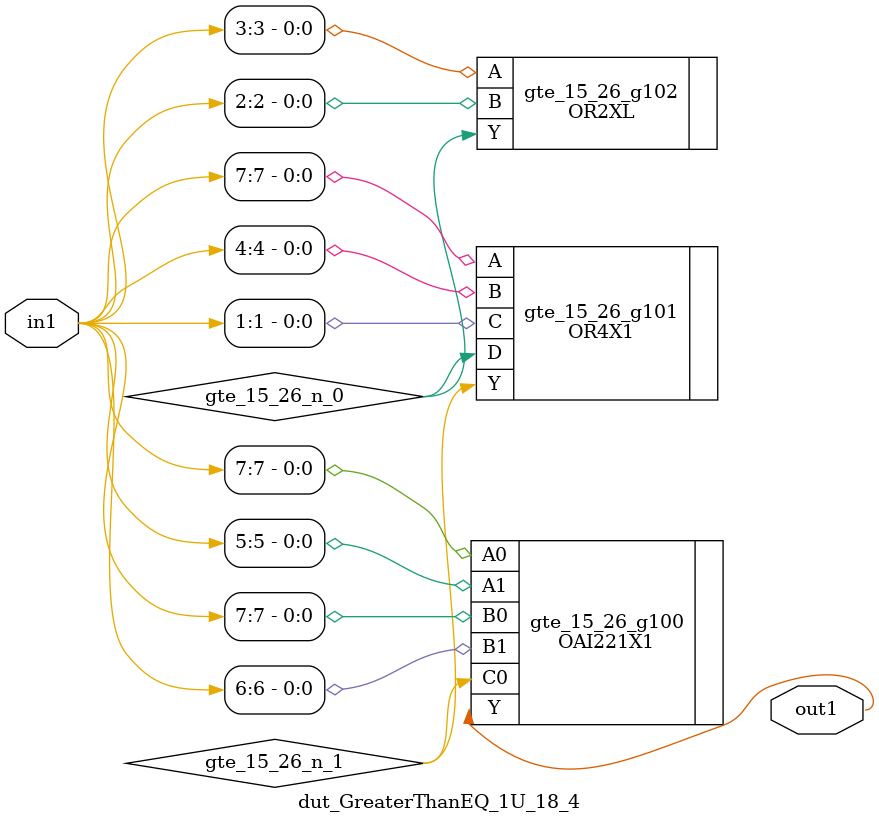
<source format=v>
`timescale 1ps / 1ps


module dut_GreaterThanEQ_1U_18_4(in1, out1);
  input [7:0] in1;
  output out1;
  wire [7:0] in1;
  wire out1;
  wire gte_15_26_n_0, gte_15_26_n_1;
  OAI221X1 gte_15_26_g100(.A0 (in1[7]), .A1 (in1[5]), .B0 (in1[7]), .B1
       (in1[6]), .C0 (gte_15_26_n_1), .Y (out1));
  OR4X1 gte_15_26_g101(.A (in1[7]), .B (in1[4]), .C (in1[1]), .D
       (gte_15_26_n_0), .Y (gte_15_26_n_1));
  OR2XL gte_15_26_g102(.A (in1[3]), .B (in1[2]), .Y (gte_15_26_n_0));
endmodule



</source>
